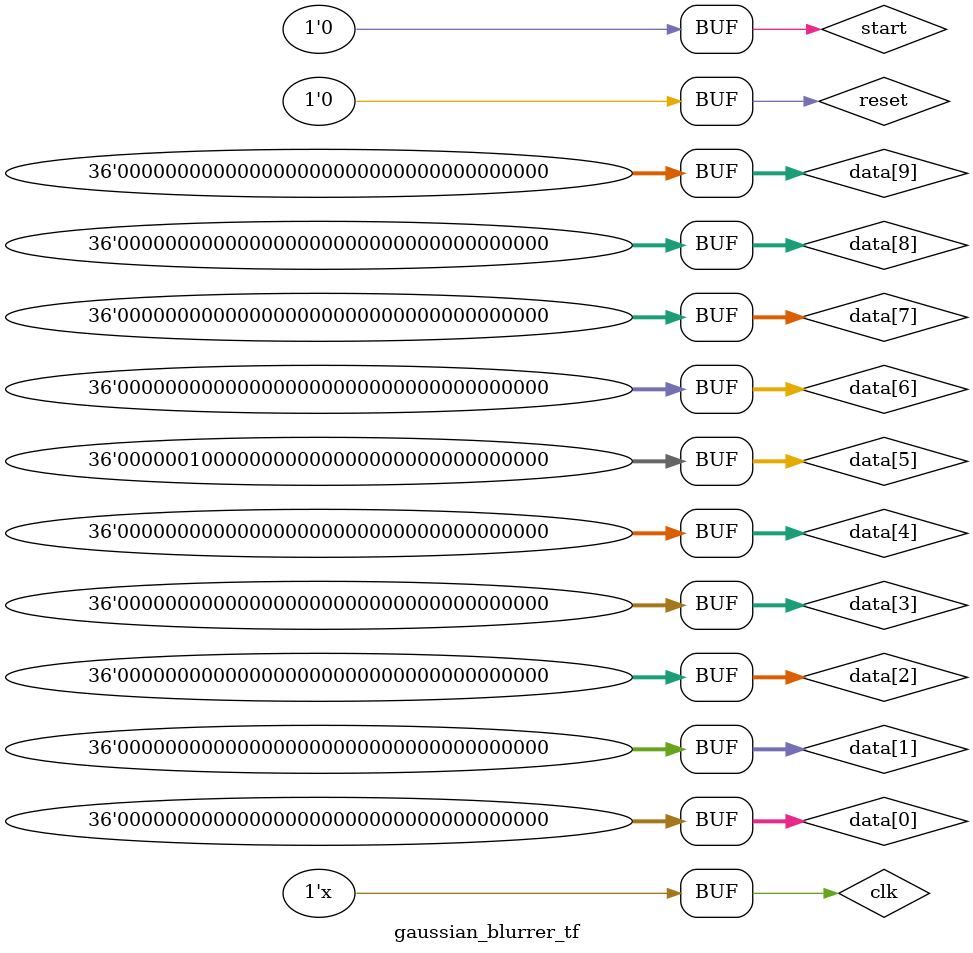
<source format=v>
`timescale 1ns / 1ps


module gaussian_blurrer_tf;

	// Inputs
	reg reset;
	reg clk;
	reg start;
	wire [35:0] read_data;

	// Outputs
	wire done;
	wire [18:0] read_addr;
	wire [18:0] write_addr;
	wire [35:0] write_data;
	
	wire [35:0] data[9:0];
	assign data[0] = 0;
	assign data[1] = 0;
	assign data[2] = 0;
	assign data[3] = 0;
	assign data[4] = 0;
	assign data[5] = {6'b0,10'd512,20'b0};
	assign data[6] = 0;
	assign data[7] = 0;
	assign data[8] = 0;
	assign data[9] = 0;
		
	// Instantiate the Unit Under Test (UUT)
	gaussian_blurrer #(10, 1) uut (
		.reset(reset), 
		.clk(clk), 
		.start(start), 
		.done(done), 
		.read_addr(read_addr), 
		.read_data(read_data), 
		.write_addr(write_addr), 
		.write_data(write_data)
	);
	
	always #5 clk = ~clk;

	initial begin		
		// Initialize Inputs
		reset = 0;
		clk = 0;
		start = 0;

		// Wait 100 ns for global reset to finish
		#100;
		start = 1;
		#10;
		start = 0;
	end
	
	assign read_data = data[read_addr];
      
endmodule


</source>
